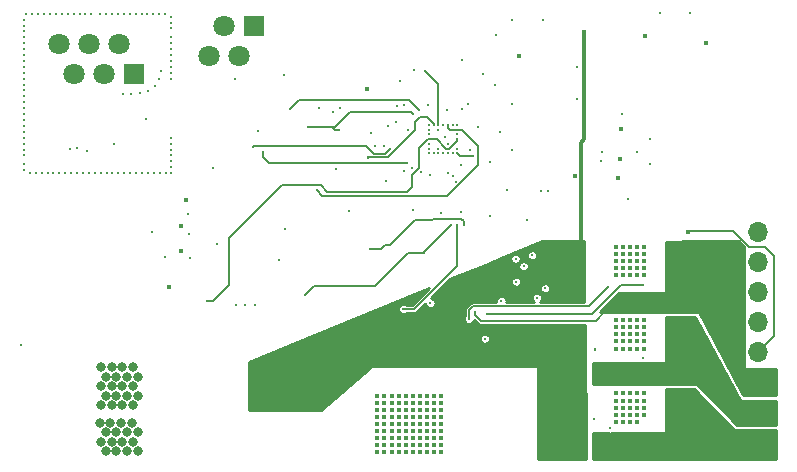
<source format=gbr>
G04 #@! TF.GenerationSoftware,KiCad,Pcbnew,5.1.5-52549c5~84~ubuntu18.04.1*
G04 #@! TF.CreationDate,2020-04-17T16:24:41+02:00*
G04 #@! TF.ProjectId,board,626f6172-642e-46b6-9963-61645f706362,rev?*
G04 #@! TF.SameCoordinates,Original*
G04 #@! TF.FileFunction,Copper,L2,Inr*
G04 #@! TF.FilePolarity,Positive*
%FSLAX46Y46*%
G04 Gerber Fmt 4.6, Leading zero omitted, Abs format (unit mm)*
G04 Created by KiCad (PCBNEW 5.1.5-52549c5~84~ubuntu18.04.1) date 2020-04-17 16:24:41*
%MOMM*%
%LPD*%
G04 APERTURE LIST*
%ADD10O,1.700000X1.700000*%
%ADD11R,1.700000X1.700000*%
%ADD12R,1.800000X1.800000*%
%ADD13C,1.800000*%
%ADD14C,0.400000*%
%ADD15C,0.310000*%
%ADD16C,0.800000*%
%ADD17C,0.300000*%
%ADD18C,0.152400*%
%ADD19C,0.254000*%
G04 APERTURE END LIST*
D10*
X156000000Y-119329200D03*
X156000000Y-121869200D03*
X156000000Y-124409200D03*
X156000000Y-126949200D03*
X156000000Y-129489200D03*
X156000000Y-132029200D03*
X156000000Y-134569200D03*
D11*
X156000000Y-137109200D03*
D12*
X113325000Y-101930000D03*
D13*
X112055000Y-104470000D03*
X110785000Y-101930000D03*
X109515000Y-104470000D03*
X96870000Y-103380000D03*
X98140000Y-105920000D03*
D12*
X103220000Y-105920000D03*
D13*
X101950000Y-103380000D03*
X100680000Y-105920000D03*
X99410000Y-103380000D03*
D14*
X129100000Y-127200000D03*
X128500000Y-127800000D03*
X124910000Y-127210000D03*
X126700000Y-127800000D03*
X129100000Y-129000000D03*
X129100000Y-127800000D03*
X128500000Y-127200000D03*
X124900000Y-129000000D03*
X126700000Y-128400000D03*
X126100000Y-127200000D03*
X126100000Y-129000000D03*
X124300000Y-127800000D03*
X126100000Y-128400000D03*
X126700000Y-127200000D03*
X123700000Y-127800000D03*
X126100000Y-127800000D03*
X127900000Y-127200000D03*
X124900000Y-127800000D03*
X127310000Y-127210000D03*
X124300000Y-128400000D03*
X127900000Y-129000000D03*
X127300000Y-127800000D03*
X123700000Y-128400000D03*
X125500000Y-129000000D03*
X125500000Y-127200000D03*
X123700000Y-127200000D03*
X124300000Y-129000000D03*
X127900000Y-127800000D03*
X127300000Y-129000000D03*
X125500000Y-128400000D03*
X128500000Y-128400000D03*
X128500000Y-129000000D03*
X123700000Y-129000000D03*
X124900000Y-128400000D03*
X129100000Y-128400000D03*
X127300000Y-128400000D03*
X127900000Y-128400000D03*
X125500000Y-127800000D03*
X126700000Y-129000000D03*
X124300000Y-127200000D03*
X141300000Y-102400000D03*
X141000000Y-120600000D03*
D15*
X117700000Y-124650000D03*
X123600000Y-123900000D03*
X127748000Y-121100000D03*
X130050000Y-118700000D03*
X128960000Y-112270000D03*
X128160000Y-112270000D03*
X133750000Y-106885000D03*
X111740000Y-106360000D03*
X115880000Y-106040000D03*
X125700000Y-106510000D03*
X136500000Y-118300000D03*
X133300000Y-118000000D03*
X104200000Y-109800000D03*
X134760000Y-115790000D03*
X130160000Y-110270000D03*
X126057511Y-114137511D03*
X130450000Y-115060000D03*
X128090000Y-108620000D03*
X129200000Y-117696400D03*
X129655000Y-108965000D03*
X128160000Y-110270000D03*
X147700000Y-100800000D03*
X129360000Y-112670000D03*
D14*
X150120000Y-119300000D03*
D15*
X126000000Y-125850000D03*
X130577003Y-118700000D03*
X143300000Y-124000000D03*
X131550000Y-126710000D03*
X146300000Y-123800000D03*
X133060000Y-126250000D03*
X137300000Y-124900000D03*
X146300000Y-130000000D03*
X142200000Y-129300000D03*
X138000000Y-124100000D03*
X136180000Y-122220000D03*
X142130025Y-135169975D03*
X136900000Y-121300000D03*
X143494805Y-135966469D03*
D14*
X126800000Y-136800000D03*
X128000000Y-136800000D03*
X124400000Y-137400000D03*
X128000000Y-136200000D03*
X126200000Y-136200000D03*
X125000000Y-136200000D03*
X124400000Y-136800000D03*
X128000000Y-137400000D03*
X128600000Y-137400000D03*
X126200000Y-136800000D03*
X125010000Y-135610000D03*
X128600000Y-136800000D03*
X124400000Y-136200000D03*
X127400000Y-136800000D03*
X125600000Y-135600000D03*
X126800000Y-137400000D03*
X125000000Y-136800000D03*
X129200000Y-135600000D03*
X126800000Y-135600000D03*
X126200000Y-137400000D03*
X123800000Y-137400000D03*
X128000000Y-135600000D03*
X128600000Y-135600000D03*
X123800000Y-135600000D03*
X128600000Y-136200000D03*
X126200000Y-135600000D03*
X127410000Y-135610000D03*
X127400000Y-136200000D03*
X129200000Y-136800000D03*
X123800000Y-136800000D03*
X125600000Y-137400000D03*
X125600000Y-136200000D03*
X123800000Y-136200000D03*
X125000000Y-137400000D03*
X127400000Y-137400000D03*
X125600000Y-136800000D03*
X124400000Y-135600000D03*
X126800000Y-136200000D03*
X129200000Y-137400000D03*
X129200000Y-136200000D03*
X128600000Y-138000000D03*
X124400000Y-138000000D03*
X126800000Y-138000000D03*
X125600000Y-138000000D03*
X123800000Y-138000000D03*
X126200000Y-138000000D03*
X128000000Y-138000000D03*
X125000000Y-138000000D03*
X129200000Y-138000000D03*
X127400000Y-138000000D03*
X126800000Y-134400000D03*
X128000000Y-134400000D03*
X124400000Y-135000000D03*
X128000000Y-133800000D03*
X126200000Y-133800000D03*
X125000000Y-133800000D03*
X124400000Y-134400000D03*
X128000000Y-135000000D03*
X128600000Y-135000000D03*
X126200000Y-134400000D03*
X125010000Y-133210000D03*
X128600000Y-134400000D03*
X124400000Y-133800000D03*
X127400000Y-134400000D03*
X125600000Y-133200000D03*
X126800000Y-135000000D03*
X125000000Y-134400000D03*
X129200000Y-133200000D03*
X126800000Y-133200000D03*
X126200000Y-135000000D03*
X123800000Y-135000000D03*
X128000000Y-133200000D03*
X128600000Y-133200000D03*
X123800000Y-133200000D03*
X128600000Y-133800000D03*
X126200000Y-133200000D03*
X127410000Y-133210000D03*
X127400000Y-133800000D03*
X129200000Y-134400000D03*
X123800000Y-134400000D03*
X125600000Y-135000000D03*
X125600000Y-133800000D03*
X123800000Y-133800000D03*
X125000000Y-135000000D03*
X127400000Y-135000000D03*
X125600000Y-134400000D03*
X124400000Y-133200000D03*
X126800000Y-133800000D03*
X129200000Y-135000000D03*
X129200000Y-133800000D03*
X146400000Y-127400000D03*
X144600000Y-127400000D03*
X144600000Y-128600000D03*
X144600000Y-128000000D03*
X146400000Y-129200000D03*
X145800000Y-129200000D03*
X145200000Y-126800000D03*
X145800000Y-126800000D03*
X145800000Y-128000000D03*
X145200000Y-129200000D03*
X145200000Y-127400000D03*
X144600000Y-126800000D03*
X145800000Y-127400000D03*
X145800000Y-128600000D03*
X145200000Y-128600000D03*
X145200000Y-128000000D03*
X146400000Y-126800000D03*
X146400000Y-128000000D03*
X144600000Y-129200000D03*
X146400000Y-128600000D03*
X146400000Y-133600000D03*
X144600000Y-133600000D03*
X144600000Y-134800000D03*
X144600000Y-134200000D03*
X145800000Y-135400000D03*
X145200000Y-133000000D03*
X145800000Y-133000000D03*
X145800000Y-134200000D03*
X145200000Y-135400000D03*
X145200000Y-133600000D03*
X144600000Y-133000000D03*
X145800000Y-133600000D03*
X145800000Y-134800000D03*
X145200000Y-134800000D03*
X145200000Y-134200000D03*
X146400000Y-133000000D03*
X146400000Y-134200000D03*
X144600000Y-135400000D03*
X146400000Y-134800000D03*
X144000000Y-128000000D03*
X144000000Y-129200000D03*
X144000000Y-126800000D03*
X144000000Y-128600000D03*
X144000000Y-127400000D03*
X144000000Y-121200000D03*
X144000000Y-122400000D03*
X144000000Y-121800000D03*
X144000000Y-120600000D03*
X144000000Y-123000000D03*
X144000000Y-134800000D03*
X144000000Y-133600000D03*
X144000000Y-135400000D03*
X144000000Y-133000000D03*
X144000000Y-134200000D03*
X146400000Y-121200000D03*
X146400000Y-121800000D03*
X146400000Y-122400000D03*
X146400000Y-123000000D03*
X145800000Y-123000000D03*
X145800000Y-122400000D03*
X145800000Y-121800000D03*
X145800000Y-121200000D03*
X145800000Y-120600000D03*
X145200000Y-120600000D03*
X145200000Y-121200000D03*
X145200000Y-121800000D03*
X145200000Y-122400000D03*
X145200000Y-123000000D03*
X144600000Y-123000000D03*
X144600000Y-120600000D03*
X144600000Y-121800000D03*
X144600000Y-121200000D03*
X144600000Y-122400000D03*
D16*
X100300000Y-135500000D03*
X101200000Y-135500000D03*
X102100000Y-135500000D03*
X103000000Y-135500000D03*
X100800000Y-136300000D03*
X101700000Y-136300000D03*
X102600000Y-136300000D03*
X103500000Y-136300000D03*
X100400000Y-137100000D03*
X101300000Y-137100000D03*
X102200000Y-137100000D03*
X103100000Y-137100000D03*
X100800000Y-137900000D03*
X101700000Y-137900000D03*
X102600000Y-137900000D03*
X103500000Y-137900000D03*
D14*
X146400000Y-120600000D03*
D15*
X133860000Y-102690000D03*
X135200000Y-108500000D03*
X134200000Y-110900000D03*
X135200000Y-112400000D03*
X140700000Y-105400000D03*
X134300000Y-125167399D03*
X132900000Y-128360000D03*
X128290000Y-125350000D03*
X145000000Y-116500000D03*
X126800000Y-117500000D03*
X137812500Y-101400000D03*
X135200000Y-101400000D03*
X107800000Y-117850000D03*
X113700000Y-110800000D03*
X124510000Y-115040000D03*
X121370000Y-117590000D03*
X140680000Y-108090000D03*
X132720000Y-105960000D03*
X129550000Y-111270000D03*
X124740000Y-110340000D03*
X93610000Y-128920000D03*
X120320000Y-113980000D03*
X116000000Y-119050000D03*
X126050000Y-108610000D03*
X126360000Y-110690000D03*
X131610000Y-112370000D03*
X130560000Y-112270000D03*
X133330000Y-113390000D03*
D14*
X107200000Y-118800000D03*
X107200000Y-120975000D03*
X144200000Y-114800000D03*
X140500000Y-114600000D03*
X135800000Y-104400000D03*
X151600000Y-103300000D03*
X122960000Y-107250000D03*
X106180000Y-124020000D03*
X146500000Y-102700000D03*
X144316448Y-113113552D03*
X144400000Y-110600000D03*
X107590000Y-116630000D03*
X149100000Y-124700000D03*
X149700000Y-125900000D03*
X149700000Y-124700000D03*
X149100000Y-125900000D03*
X149100000Y-125300000D03*
X149700000Y-125300000D03*
X150300000Y-125300000D03*
X150300000Y-125900000D03*
X150300000Y-124700000D03*
X151000000Y-124700000D03*
X151600000Y-125900000D03*
X151600000Y-124700000D03*
X151000000Y-125900000D03*
X151000000Y-125300000D03*
X151600000Y-125300000D03*
X152200000Y-125300000D03*
X152200000Y-125900000D03*
X152200000Y-124700000D03*
X151600000Y-122900000D03*
X152200000Y-124100000D03*
X152200000Y-122900000D03*
X151600000Y-124100000D03*
X151600000Y-123500000D03*
X152200000Y-123500000D03*
X152800000Y-123500000D03*
X152800000Y-124100000D03*
X152800000Y-122900000D03*
X152200000Y-126500000D03*
X152800000Y-127700000D03*
X152800000Y-126500000D03*
X152200000Y-127700000D03*
X152200000Y-127100000D03*
X152800000Y-127100000D03*
X153400000Y-127100000D03*
X153400000Y-127700000D03*
X153400000Y-126500000D03*
X152800000Y-124700000D03*
X153400000Y-125900000D03*
X153400000Y-124700000D03*
X152800000Y-125900000D03*
X152800000Y-125300000D03*
X153400000Y-125300000D03*
X154000000Y-125300000D03*
X154000000Y-125900000D03*
X154000000Y-124700000D03*
X151600000Y-121100000D03*
X152200000Y-121700000D03*
X152200000Y-122300000D03*
X152200000Y-121100000D03*
X151600000Y-122300000D03*
X152800000Y-122300000D03*
X152800000Y-121100000D03*
X151600000Y-121700000D03*
X152800000Y-121700000D03*
X153400000Y-122900000D03*
X154000000Y-124100000D03*
X153400000Y-124100000D03*
X153400000Y-123500000D03*
X153400000Y-121100000D03*
X153400000Y-122300000D03*
X153400000Y-121700000D03*
X154000000Y-126500000D03*
X154000000Y-127700000D03*
X154000000Y-127100000D03*
X151600000Y-126500000D03*
X152800000Y-128300000D03*
X153400000Y-128300000D03*
X154000000Y-128300000D03*
X152800000Y-128900000D03*
X153400000Y-128900000D03*
X154000000Y-128900000D03*
X154000000Y-129500000D03*
X153400000Y-129500000D03*
X154000000Y-130100000D03*
X153400000Y-130100000D03*
X154000000Y-130700000D03*
X154000000Y-131300000D03*
X144310000Y-124710000D03*
X144900000Y-125900000D03*
X144900000Y-125300000D03*
X145500000Y-124700000D03*
X144300000Y-125900000D03*
X144300000Y-125300000D03*
X145500000Y-125900000D03*
X146100000Y-124700000D03*
X144900000Y-124700000D03*
X146100000Y-125900000D03*
X145500000Y-125300000D03*
X146100000Y-125300000D03*
X146710000Y-124710000D03*
X147300000Y-125900000D03*
X147300000Y-125300000D03*
X147900000Y-124700000D03*
X146700000Y-125900000D03*
X146700000Y-125300000D03*
X147900000Y-125900000D03*
X148500000Y-124700000D03*
X147300000Y-124700000D03*
X148500000Y-125900000D03*
X147900000Y-125300000D03*
X148500000Y-125300000D03*
D15*
X132070000Y-126100000D03*
X143110000Y-126060000D03*
D14*
X149600000Y-132000000D03*
X150200000Y-130800000D03*
X149600000Y-130800000D03*
X150200000Y-132000000D03*
X149600000Y-131400000D03*
X150200000Y-131400000D03*
X152600000Y-132000000D03*
X152600000Y-131400000D03*
X152000000Y-132000000D03*
X152000000Y-131400000D03*
X152600000Y-130800000D03*
X152000000Y-130800000D03*
X150800000Y-132000000D03*
X151400000Y-130800000D03*
X150800000Y-130800000D03*
X151400000Y-132000000D03*
X150800000Y-131400000D03*
X151400000Y-131400000D03*
X152000000Y-130200000D03*
X152000000Y-129600000D03*
X151400000Y-129000000D03*
X151400000Y-129600000D03*
X151400000Y-130200000D03*
X152600000Y-133200000D03*
X153200000Y-133200000D03*
X152600000Y-132600000D03*
X153200000Y-132600000D03*
X153200000Y-132000000D03*
X152000000Y-132600000D03*
X153800000Y-134400000D03*
X153200000Y-134400000D03*
X153800000Y-133800000D03*
X153200000Y-133800000D03*
X153800000Y-133200000D03*
X143600000Y-132000000D03*
X143600000Y-131400000D03*
X148400000Y-130800000D03*
X148400000Y-132000000D03*
X149000000Y-130800000D03*
X143600000Y-130800000D03*
X149000000Y-132000000D03*
X148400000Y-131400000D03*
X149000000Y-131400000D03*
X143100000Y-131400000D03*
X143100000Y-132000000D03*
D15*
X135548036Y-123532076D03*
D14*
X143110000Y-130810000D03*
X149100000Y-137900000D03*
X150300000Y-137900000D03*
X149100000Y-138500000D03*
X148500000Y-137300000D03*
X149700000Y-138500000D03*
X149700000Y-137300000D03*
X150900000Y-137300000D03*
X151500000Y-138500000D03*
X149100000Y-136700000D03*
X149710000Y-136710000D03*
X151500000Y-137300000D03*
X148500000Y-138500000D03*
X149700000Y-137900000D03*
X148500000Y-137900000D03*
X150300000Y-138500000D03*
X151500000Y-137900000D03*
X150900000Y-136700000D03*
X150900000Y-137900000D03*
X151500000Y-136700000D03*
X150900000Y-138500000D03*
X149100000Y-137300000D03*
X150300000Y-136700000D03*
X148500000Y-136700000D03*
X150300000Y-137300000D03*
X152110000Y-136710000D03*
X153900000Y-137300000D03*
X152100000Y-138500000D03*
X153900000Y-137900000D03*
X153300000Y-136700000D03*
X153300000Y-138500000D03*
X153300000Y-137900000D03*
X153900000Y-136700000D03*
X153300000Y-137300000D03*
X152100000Y-137300000D03*
X152700000Y-138500000D03*
X152700000Y-136700000D03*
X152700000Y-137900000D03*
X152100000Y-137900000D03*
X152700000Y-137300000D03*
X153900000Y-138500000D03*
X153300000Y-136100000D03*
X151500000Y-136100000D03*
X151500000Y-135500000D03*
X152700000Y-135500000D03*
X152110000Y-135510000D03*
X152100000Y-136100000D03*
X152700000Y-136100000D03*
X151500000Y-134900000D03*
X152110000Y-134910000D03*
X151500000Y-134300000D03*
X143610000Y-136710000D03*
X144200000Y-137900000D03*
X144200000Y-137300000D03*
X144800000Y-136700000D03*
X143600000Y-137900000D03*
X143600000Y-137300000D03*
X144800000Y-137900000D03*
X145400000Y-136700000D03*
X144200000Y-136700000D03*
X145400000Y-137900000D03*
X144800000Y-137300000D03*
X145400000Y-137300000D03*
X143600000Y-138500000D03*
X145400000Y-138500000D03*
X144800000Y-138500000D03*
X144200000Y-138500000D03*
X146000000Y-137900000D03*
X147800000Y-137900000D03*
X147800000Y-138500000D03*
X147200000Y-137300000D03*
X147800000Y-136700000D03*
X146600000Y-136700000D03*
X146010000Y-136710000D03*
X147200000Y-138500000D03*
X146000000Y-137300000D03*
X147200000Y-137900000D03*
X146000000Y-138500000D03*
X146600000Y-138500000D03*
X146600000Y-137300000D03*
X147800000Y-137300000D03*
X147200000Y-136700000D03*
X146600000Y-137900000D03*
D15*
X135500000Y-121608700D03*
X104940000Y-106980000D03*
X105300000Y-106350000D03*
X105500000Y-105660000D03*
X104390000Y-107420000D03*
X103690000Y-107560000D03*
X102950000Y-107640000D03*
X102270000Y-107670000D03*
X106350000Y-106350000D03*
X106350000Y-105850000D03*
X106350000Y-105350000D03*
X106350000Y-104850000D03*
X106350000Y-104350000D03*
X106350000Y-103850000D03*
X106350000Y-103350000D03*
X106350000Y-102850000D03*
X106350000Y-102100000D03*
X106350000Y-101600000D03*
X106350000Y-101100000D03*
X105830000Y-100870000D03*
X105330000Y-100870000D03*
X104830000Y-100870000D03*
X104330000Y-100870000D03*
X103830000Y-100870000D03*
X103330000Y-100870000D03*
X102830000Y-100870000D03*
X102330000Y-100870000D03*
X101830000Y-100870000D03*
X101330000Y-100870000D03*
X100830000Y-100870000D03*
X100330000Y-100870000D03*
X99580000Y-100870000D03*
X99080000Y-100870000D03*
X98580000Y-100870000D03*
X98080000Y-100870000D03*
X97580000Y-100870000D03*
X97080000Y-100870000D03*
X96580000Y-100870000D03*
X96080000Y-100870000D03*
X95580000Y-100870000D03*
X95080000Y-100870000D03*
X94580000Y-100870000D03*
X94080000Y-100870000D03*
X93850000Y-101350000D03*
X93850000Y-101850000D03*
X93850000Y-102350000D03*
X93850000Y-102850000D03*
X93850000Y-103350000D03*
X93850000Y-103850000D03*
X93850000Y-104350000D03*
X93850000Y-104850000D03*
X93850000Y-105350000D03*
X93850000Y-105850000D03*
X93850000Y-106350000D03*
X93850000Y-106850000D03*
X93850000Y-107350000D03*
X93850000Y-107850000D03*
X93850000Y-108350000D03*
X93850000Y-108850000D03*
X93850000Y-109350000D03*
X93850000Y-109850000D03*
X93850000Y-110350000D03*
X93850000Y-110850000D03*
X93850000Y-111350000D03*
X93850000Y-111850000D03*
X93850000Y-112350000D03*
X93850000Y-112850000D03*
X93850000Y-113600000D03*
X93850000Y-114100000D03*
X94370000Y-114330000D03*
X94870000Y-114330000D03*
X95370000Y-114330000D03*
X95870000Y-114330000D03*
X96370000Y-114330000D03*
X96870000Y-114330000D03*
X97370000Y-114330000D03*
X97870000Y-114330000D03*
X98370000Y-114330000D03*
X98870000Y-114330000D03*
X99370000Y-114330000D03*
X99870000Y-114330000D03*
X100370000Y-114330000D03*
X100870000Y-114330000D03*
X101370000Y-114330000D03*
X101870000Y-114330000D03*
X102370000Y-114330000D03*
X102870000Y-114330000D03*
X103370000Y-114330000D03*
X103870000Y-114330000D03*
X104370000Y-114330000D03*
X104870000Y-114330000D03*
X105370000Y-114330000D03*
X105870000Y-114330000D03*
X106350000Y-114330000D03*
X106350000Y-113850000D03*
X106350000Y-113350000D03*
X106350000Y-112850000D03*
X106300000Y-112400000D03*
X106300000Y-111900000D03*
X106300000Y-111400000D03*
X145785000Y-112600000D03*
X142817600Y-112590000D03*
X142762409Y-113295191D03*
X146915000Y-113600000D03*
X105820000Y-121420000D03*
X107910000Y-121529400D03*
X146915000Y-111500000D03*
X144500000Y-109300000D03*
X109370000Y-125170000D03*
X130560000Y-111470000D03*
X115450000Y-121670000D03*
X138270000Y-115830000D03*
X110245000Y-120325000D03*
X137660000Y-115820000D03*
X123200000Y-120750000D03*
X131103901Y-118710475D03*
X101500000Y-111900000D03*
X109900000Y-113900000D03*
X114110000Y-112540000D03*
X126300000Y-113500000D03*
X113250000Y-112100000D03*
X124840000Y-112340000D03*
D16*
X100800000Y-133200000D03*
X101700000Y-133200000D03*
X102600000Y-133200000D03*
X103500000Y-133200000D03*
X100400000Y-130800000D03*
X101300000Y-130800000D03*
X102200000Y-130800000D03*
X103100000Y-130800000D03*
X100800000Y-131600000D03*
X101700000Y-131600000D03*
X102600000Y-131600000D03*
X103500000Y-131600000D03*
X100400000Y-132400000D03*
X101300000Y-132400000D03*
X102200000Y-132400000D03*
X103100000Y-132400000D03*
X100400000Y-134000000D03*
X101300000Y-134000000D03*
X102200000Y-134000000D03*
X103100000Y-134000000D03*
D15*
X131450000Y-108470000D03*
X98330000Y-112240000D03*
X104690000Y-119340000D03*
X107830000Y-119540000D03*
X128160000Y-112670000D03*
X126743959Y-113953959D03*
X128560000Y-112670000D03*
X127458552Y-114268552D03*
X128960000Y-112670000D03*
X128260000Y-114540000D03*
X130560000Y-111070000D03*
X129760000Y-111870000D03*
X126900000Y-105600000D03*
X131000000Y-104800000D03*
X125400000Y-110000000D03*
X132300000Y-110400000D03*
X118880000Y-108800000D03*
X130170000Y-114630000D03*
X120070000Y-109170000D03*
X129760000Y-112670000D03*
X120670000Y-108810000D03*
X129760000Y-114310000D03*
X118650000Y-115810000D03*
X129760000Y-110270000D03*
X127300000Y-109000000D03*
X116400000Y-108930000D03*
X128960000Y-110270000D03*
X127810000Y-105680000D03*
X97770000Y-112270000D03*
X130560000Y-110270000D03*
X130940000Y-108880000D03*
X99220000Y-112444400D03*
X113400000Y-125500000D03*
X124330000Y-112080000D03*
X112600000Y-125500000D03*
X123560000Y-112060000D03*
X111800000Y-125500000D03*
X128160000Y-111870000D03*
X120530000Y-110710000D03*
X117950000Y-110400000D03*
X128160000Y-110670000D03*
X126810000Y-109340000D03*
X128960000Y-110670000D03*
X129360000Y-110270000D03*
X123230000Y-110940000D03*
X123000000Y-113001600D03*
X128560000Y-110270000D03*
X128160000Y-111070000D03*
X125470000Y-108644400D03*
X130560000Y-112670000D03*
X131900000Y-112925599D03*
X150300000Y-100800000D03*
X130160000Y-112670000D03*
X130910000Y-113650000D03*
X130900000Y-117600000D03*
D17*
X141000000Y-111780000D02*
X141300000Y-111480000D01*
X141000000Y-120600000D02*
X141000000Y-111780000D01*
X141300000Y-102400000D02*
X141300000Y-111480000D01*
D18*
X118450000Y-123900000D02*
X118050000Y-124300000D01*
X123600000Y-123900000D02*
X118450000Y-123900000D01*
X118050000Y-124300000D02*
X117700000Y-124650000D01*
X124192000Y-123308000D02*
X123600000Y-123900000D01*
X126400000Y-121100000D02*
X124192000Y-123308000D01*
X127748000Y-121100000D02*
X126400000Y-121100000D01*
X127762842Y-121100000D02*
X127748000Y-121100000D01*
X127748000Y-121002000D02*
X127748000Y-121100000D01*
X130050000Y-118700000D02*
X127748000Y-121002000D01*
X157350000Y-121390000D02*
X157350000Y-128139200D01*
X157350000Y-128139200D02*
X156000000Y-129489200D01*
X156580000Y-120620000D02*
X157350000Y-121390000D01*
X155300000Y-120620000D02*
X156580000Y-120620000D01*
X150110013Y-119267519D02*
X153947519Y-119267519D01*
X153947519Y-119267519D02*
X155300000Y-120620000D01*
X126902400Y-125850000D02*
X126000000Y-125850000D01*
X130577003Y-118700000D02*
X130577003Y-122175397D01*
X130577003Y-122175397D02*
X126902400Y-125850000D01*
X141691301Y-125608699D02*
X143300000Y-124000000D01*
X131908175Y-125608699D02*
X141691301Y-125608699D01*
X131550000Y-126710000D02*
X131550000Y-125966874D01*
X131550000Y-125966874D02*
X131908175Y-125608699D01*
X133060000Y-126250000D02*
X142000000Y-126250000D01*
X144450000Y-123800000D02*
X146300000Y-123800000D01*
X142000000Y-126250000D02*
X144450000Y-123800000D01*
X142200000Y-129190000D02*
X142200000Y-129300000D01*
X132070000Y-126100000D02*
X132070000Y-126382842D01*
X132070000Y-126382842D02*
X132540359Y-126853201D01*
X142316799Y-126853201D02*
X143110000Y-126060000D01*
X141976799Y-126853201D02*
X142316799Y-126853201D01*
X132540359Y-126853201D02*
X141976799Y-126853201D01*
X109890000Y-125170000D02*
X109370000Y-125170000D01*
X111230000Y-123840000D02*
X109890000Y-125170000D01*
X111230000Y-119840000D02*
X111230000Y-123840000D01*
X113620000Y-117450000D02*
X111230000Y-119840000D01*
X113630000Y-117440000D02*
X113620000Y-117450000D01*
X130560000Y-111611421D02*
X130560000Y-111470000D01*
X129901421Y-112270000D02*
X130560000Y-111611421D01*
X129650000Y-112270000D02*
X129901421Y-112270000D01*
X128090000Y-111470000D02*
X128850000Y-111470000D01*
X128850000Y-111470000D02*
X129650000Y-112270000D01*
X128011201Y-111548799D02*
X128090000Y-111470000D01*
X128005823Y-111548799D02*
X128011201Y-111548799D01*
X115720000Y-115350000D02*
X119000000Y-115350000D01*
X119560000Y-115910000D02*
X126300000Y-115910000D01*
X113620000Y-117450000D02*
X115720000Y-115350000D01*
X119000000Y-115350000D02*
X119560000Y-115910000D01*
X127310000Y-113926926D02*
X127310000Y-112250000D01*
X126710000Y-114526926D02*
X127310000Y-113926926D01*
X126710000Y-115500000D02*
X126710000Y-114526926D01*
X126300000Y-115910000D02*
X126710000Y-115500000D01*
X127310000Y-112250000D02*
X128005823Y-111548799D01*
X124430000Y-120422400D02*
X124102400Y-120750000D01*
X124857600Y-120422400D02*
X124430000Y-120422400D01*
X131103901Y-118710475D02*
X131103901Y-118427633D01*
X131103901Y-118427633D02*
X130866268Y-118190000D01*
X130866268Y-118190000D02*
X128530000Y-118190000D01*
X128530000Y-118190000D02*
X128385601Y-118334399D01*
X128385601Y-118334399D02*
X126945601Y-118334399D01*
X124102400Y-120750000D02*
X123200000Y-120750000D01*
X126945601Y-118334399D02*
X124857600Y-120422400D01*
X114110000Y-113010000D02*
X114110000Y-112540000D01*
X126300000Y-113500000D02*
X114600000Y-113500000D01*
X114600000Y-113500000D02*
X114110000Y-113010000D01*
X124480000Y-112700000D02*
X124840000Y-112340000D01*
X123490000Y-112700000D02*
X124480000Y-112700000D01*
X122866815Y-112076815D02*
X123490000Y-112700000D01*
X113226815Y-112076815D02*
X113250000Y-112100000D01*
X113226815Y-112076815D02*
X122866815Y-112076815D01*
X129760000Y-110520000D02*
X129760000Y-110270000D01*
X129920000Y-110680000D02*
X129760000Y-110520000D01*
X119120000Y-116280000D02*
X129705378Y-116280000D01*
X118650000Y-115810000D02*
X119120000Y-116280000D01*
X129705378Y-116280000D02*
X132300000Y-113685378D01*
X132300000Y-113685378D02*
X132300000Y-112020000D01*
X132300000Y-112020000D02*
X130960000Y-110680000D01*
X130960000Y-110680000D02*
X129920000Y-110680000D01*
X116831601Y-108498399D02*
X116400000Y-108930000D01*
X126798399Y-108498399D02*
X126880000Y-108580000D01*
X126880000Y-108580000D02*
X127300000Y-109000000D01*
X126440000Y-108140000D02*
X126700000Y-108400000D01*
X126700000Y-108400000D02*
X126880000Y-108580000D01*
X117190000Y-108140000D02*
X126440000Y-108140000D01*
X116400000Y-108930000D02*
X117190000Y-108140000D01*
X128878831Y-106748831D02*
X127810000Y-105680000D01*
X128960000Y-110270000D02*
X128960000Y-106830000D01*
X128960000Y-106830000D02*
X128878831Y-106748831D01*
X118232842Y-110400000D02*
X117950000Y-110400000D01*
X119937158Y-110400000D02*
X119714330Y-110400000D01*
X120247158Y-110710000D02*
X119937158Y-110400000D01*
X120530000Y-110710000D02*
X120247158Y-110710000D01*
X119714330Y-110400000D02*
X118232842Y-110400000D01*
X121454063Y-109179299D02*
X126435954Y-109179299D01*
X120233362Y-110400000D02*
X121454063Y-109179299D01*
X119714330Y-110400000D02*
X120233362Y-110400000D01*
X126435954Y-109179299D02*
X126649299Y-109179299D01*
X126649299Y-109179299D02*
X126810000Y-109340000D01*
X123038400Y-113040000D02*
X123000000Y-113001600D01*
X123282842Y-113001600D02*
X123000000Y-113001600D01*
X123286052Y-113004810D02*
X123282842Y-113001600D01*
X124684978Y-113000000D02*
X124640000Y-113000000D01*
X124640000Y-113000000D02*
X123286052Y-113004810D01*
X128560000Y-110270000D02*
X128560000Y-110165022D01*
X128560000Y-110165022D02*
X128014978Y-109620000D01*
X127390000Y-109620000D02*
X127010000Y-110000000D01*
X128014978Y-109620000D02*
X127390000Y-109620000D01*
X127010000Y-110000000D02*
X127010000Y-110674978D01*
X127010000Y-110674978D02*
X124684978Y-113000000D01*
X131900000Y-112925599D02*
X130977936Y-112925599D01*
X130815599Y-112925599D02*
X131900000Y-112925599D01*
X130560000Y-112670000D02*
X130815599Y-112925599D01*
D19*
G36*
X141329175Y-125253099D02*
G01*
X137553450Y-125253099D01*
X137576914Y-125237421D01*
X137637421Y-125176914D01*
X137684960Y-125105766D01*
X137717706Y-125026710D01*
X137734400Y-124942785D01*
X137734400Y-124857215D01*
X137717706Y-124773290D01*
X137684960Y-124694234D01*
X137637421Y-124623086D01*
X137576914Y-124562579D01*
X137505766Y-124515040D01*
X137426710Y-124482294D01*
X137342785Y-124465600D01*
X137257215Y-124465600D01*
X137173290Y-124482294D01*
X137094234Y-124515040D01*
X137023086Y-124562579D01*
X136962579Y-124623086D01*
X136915040Y-124694234D01*
X136882294Y-124773290D01*
X136865600Y-124857215D01*
X136865600Y-124942785D01*
X136882294Y-125026710D01*
X136915040Y-125105766D01*
X136962579Y-125176914D01*
X137023086Y-125237421D01*
X137046550Y-125253099D01*
X134723416Y-125253099D01*
X134732000Y-125209947D01*
X134732000Y-125124851D01*
X134715398Y-125041389D01*
X134682833Y-124962770D01*
X134635556Y-124892015D01*
X134575384Y-124831843D01*
X134504629Y-124784566D01*
X134426010Y-124752001D01*
X134342548Y-124735399D01*
X134257452Y-124735399D01*
X134173990Y-124752001D01*
X134095371Y-124784566D01*
X134024616Y-124831843D01*
X133964444Y-124892015D01*
X133917167Y-124962770D01*
X133884602Y-125041389D01*
X133868000Y-125124851D01*
X133868000Y-125209947D01*
X133876584Y-125253099D01*
X131925630Y-125253099D01*
X131908175Y-125251380D01*
X131890719Y-125253099D01*
X131890712Y-125253099D01*
X131844741Y-125257627D01*
X131838464Y-125258245D01*
X131818131Y-125264413D01*
X131771435Y-125278578D01*
X131709659Y-125311598D01*
X131655512Y-125356036D01*
X131644380Y-125369600D01*
X131310901Y-125703080D01*
X131297338Y-125714211D01*
X131252900Y-125768358D01*
X131245608Y-125782000D01*
X131219880Y-125830133D01*
X131199546Y-125897164D01*
X131192681Y-125966874D01*
X131194401Y-125984339D01*
X131194400Y-126460293D01*
X131165040Y-126504234D01*
X131132294Y-126583290D01*
X131115600Y-126667215D01*
X131115600Y-126752785D01*
X131132294Y-126836710D01*
X131165040Y-126915766D01*
X131212579Y-126986914D01*
X131273086Y-127047421D01*
X131344234Y-127094960D01*
X131423290Y-127127706D01*
X131507215Y-127144400D01*
X131592785Y-127144400D01*
X131676710Y-127127706D01*
X131755766Y-127094960D01*
X131826914Y-127047421D01*
X131887421Y-126986914D01*
X131934960Y-126915766D01*
X131967706Y-126836710D01*
X131977107Y-126789448D01*
X132278345Y-127090687D01*
X132289401Y-127104159D01*
X132302872Y-127115214D01*
X132343182Y-127148296D01*
X132375979Y-127165826D01*
X132404542Y-127181093D01*
X132471120Y-127201290D01*
X132523016Y-127206401D01*
X132523018Y-127206401D01*
X132540358Y-127208109D01*
X132557698Y-127206401D01*
X141350066Y-127206401D01*
X141471634Y-138573000D01*
X137427000Y-138573000D01*
X137427000Y-130800000D01*
X137424560Y-130775224D01*
X137417333Y-130751399D01*
X137405597Y-130729443D01*
X137389803Y-130710197D01*
X137370557Y-130694403D01*
X137348601Y-130682667D01*
X137324776Y-130675440D01*
X137300000Y-130673000D01*
X123400000Y-130673000D01*
X123375224Y-130675440D01*
X123351399Y-130682667D01*
X123329443Y-130694403D01*
X123317165Y-130703733D01*
X119052882Y-134373000D01*
X112927000Y-134373000D01*
X112927000Y-130345028D01*
X117847725Y-128317452D01*
X132468000Y-128317452D01*
X132468000Y-128402548D01*
X132484602Y-128486010D01*
X132517167Y-128564629D01*
X132564444Y-128635384D01*
X132624616Y-128695556D01*
X132695371Y-128742833D01*
X132773990Y-128775398D01*
X132857452Y-128792000D01*
X132942548Y-128792000D01*
X133026010Y-128775398D01*
X133104629Y-128742833D01*
X133175384Y-128695556D01*
X133235556Y-128635384D01*
X133282833Y-128564629D01*
X133315398Y-128486010D01*
X133332000Y-128402548D01*
X133332000Y-128317452D01*
X133315398Y-128233990D01*
X133282833Y-128155371D01*
X133235556Y-128084616D01*
X133175384Y-128024444D01*
X133104629Y-127977167D01*
X133026010Y-127944602D01*
X132942548Y-127928000D01*
X132857452Y-127928000D01*
X132773990Y-127944602D01*
X132695371Y-127977167D01*
X132624616Y-128024444D01*
X132564444Y-128084616D01*
X132517167Y-128155371D01*
X132484602Y-128233990D01*
X132468000Y-128317452D01*
X117847725Y-128317452D01*
X128201844Y-124051056D01*
X126756101Y-125496800D01*
X126248978Y-125496800D01*
X126204629Y-125467167D01*
X126126010Y-125434602D01*
X126042548Y-125418000D01*
X125957452Y-125418000D01*
X125873990Y-125434602D01*
X125795371Y-125467167D01*
X125724616Y-125514444D01*
X125664444Y-125574616D01*
X125617167Y-125645371D01*
X125584602Y-125723990D01*
X125568000Y-125807452D01*
X125568000Y-125892548D01*
X125584602Y-125976010D01*
X125617167Y-126054629D01*
X125664444Y-126125384D01*
X125724616Y-126185556D01*
X125795371Y-126232833D01*
X125873990Y-126265398D01*
X125957452Y-126282000D01*
X126042548Y-126282000D01*
X126126010Y-126265398D01*
X126204629Y-126232833D01*
X126248978Y-126203200D01*
X126885060Y-126203200D01*
X126902400Y-126204908D01*
X126919740Y-126203200D01*
X126919743Y-126203200D01*
X126971639Y-126198089D01*
X127038217Y-126177892D01*
X127099576Y-126145095D01*
X127153358Y-126100958D01*
X127164419Y-126087481D01*
X127858224Y-125393675D01*
X127874602Y-125476010D01*
X127907167Y-125554629D01*
X127954444Y-125625384D01*
X128014616Y-125685556D01*
X128085371Y-125732833D01*
X128163990Y-125765398D01*
X128247452Y-125782000D01*
X128332548Y-125782000D01*
X128416010Y-125765398D01*
X128494629Y-125732833D01*
X128565384Y-125685556D01*
X128625556Y-125625384D01*
X128672833Y-125554629D01*
X128705398Y-125476010D01*
X128722000Y-125392548D01*
X128722000Y-125307452D01*
X128705398Y-125223990D01*
X128672833Y-125145371D01*
X128625556Y-125074616D01*
X128565384Y-125014444D01*
X128494629Y-124967167D01*
X128416010Y-124934602D01*
X128333675Y-124918224D01*
X129194684Y-124057215D01*
X137565600Y-124057215D01*
X137565600Y-124142785D01*
X137582294Y-124226710D01*
X137615040Y-124305766D01*
X137662579Y-124376914D01*
X137723086Y-124437421D01*
X137794234Y-124484960D01*
X137873290Y-124517706D01*
X137957215Y-124534400D01*
X138042785Y-124534400D01*
X138126710Y-124517706D01*
X138205766Y-124484960D01*
X138276914Y-124437421D01*
X138337421Y-124376914D01*
X138384960Y-124305766D01*
X138417706Y-124226710D01*
X138434400Y-124142785D01*
X138434400Y-124057215D01*
X138417706Y-123973290D01*
X138384960Y-123894234D01*
X138337421Y-123823086D01*
X138276914Y-123762579D01*
X138205766Y-123715040D01*
X138126710Y-123682294D01*
X138042785Y-123665600D01*
X137957215Y-123665600D01*
X137873290Y-123682294D01*
X137794234Y-123715040D01*
X137723086Y-123762579D01*
X137662579Y-123823086D01*
X137615040Y-123894234D01*
X137582294Y-123973290D01*
X137565600Y-124057215D01*
X129194684Y-124057215D01*
X129762372Y-123489528D01*
X135116036Y-123489528D01*
X135116036Y-123574624D01*
X135132638Y-123658086D01*
X135165203Y-123736705D01*
X135212480Y-123807460D01*
X135272652Y-123867632D01*
X135343407Y-123914909D01*
X135422026Y-123947474D01*
X135505488Y-123964076D01*
X135590584Y-123964076D01*
X135674046Y-123947474D01*
X135752665Y-123914909D01*
X135823420Y-123867632D01*
X135883592Y-123807460D01*
X135930869Y-123736705D01*
X135963434Y-123658086D01*
X135980036Y-123574624D01*
X135980036Y-123489528D01*
X135963434Y-123406066D01*
X135930869Y-123327447D01*
X135883592Y-123256692D01*
X135823420Y-123196520D01*
X135752665Y-123149243D01*
X135674046Y-123116678D01*
X135590584Y-123100076D01*
X135505488Y-123100076D01*
X135422026Y-123116678D01*
X135343407Y-123149243D01*
X135272652Y-123196520D01*
X135212480Y-123256692D01*
X135165203Y-123327447D01*
X135132638Y-123406066D01*
X135116036Y-123489528D01*
X129762372Y-123489528D01*
X129900963Y-123350938D01*
X132749471Y-122177215D01*
X135745600Y-122177215D01*
X135745600Y-122262785D01*
X135762294Y-122346710D01*
X135795040Y-122425766D01*
X135842579Y-122496914D01*
X135903086Y-122557421D01*
X135974234Y-122604960D01*
X136053290Y-122637706D01*
X136137215Y-122654400D01*
X136222785Y-122654400D01*
X136306710Y-122637706D01*
X136385766Y-122604960D01*
X136456914Y-122557421D01*
X136517421Y-122496914D01*
X136564960Y-122425766D01*
X136597706Y-122346710D01*
X136614400Y-122262785D01*
X136614400Y-122177215D01*
X136597706Y-122093290D01*
X136564960Y-122014234D01*
X136517421Y-121943086D01*
X136456914Y-121882579D01*
X136385766Y-121835040D01*
X136306710Y-121802294D01*
X136222785Y-121785600D01*
X136137215Y-121785600D01*
X136053290Y-121802294D01*
X135974234Y-121835040D01*
X135903086Y-121882579D01*
X135842579Y-121943086D01*
X135795040Y-122014234D01*
X135762294Y-122093290D01*
X135745600Y-122177215D01*
X132749471Y-122177215D01*
X134232460Y-121566152D01*
X135068000Y-121566152D01*
X135068000Y-121651248D01*
X135084602Y-121734710D01*
X135117167Y-121813329D01*
X135164444Y-121884084D01*
X135224616Y-121944256D01*
X135295371Y-121991533D01*
X135373990Y-122024098D01*
X135457452Y-122040700D01*
X135542548Y-122040700D01*
X135626010Y-122024098D01*
X135704629Y-121991533D01*
X135775384Y-121944256D01*
X135835556Y-121884084D01*
X135882833Y-121813329D01*
X135915398Y-121734710D01*
X135932000Y-121651248D01*
X135932000Y-121566152D01*
X135915398Y-121482690D01*
X135882833Y-121404071D01*
X135835556Y-121333316D01*
X135775384Y-121273144D01*
X135751545Y-121257215D01*
X136465600Y-121257215D01*
X136465600Y-121342785D01*
X136482294Y-121426710D01*
X136515040Y-121505766D01*
X136562579Y-121576914D01*
X136623086Y-121637421D01*
X136694234Y-121684960D01*
X136773290Y-121717706D01*
X136857215Y-121734400D01*
X136942785Y-121734400D01*
X137026710Y-121717706D01*
X137105766Y-121684960D01*
X137176914Y-121637421D01*
X137237421Y-121576914D01*
X137284960Y-121505766D01*
X137317706Y-121426710D01*
X137334400Y-121342785D01*
X137334400Y-121257215D01*
X137317706Y-121173290D01*
X137284960Y-121094234D01*
X137237421Y-121023086D01*
X137176914Y-120962579D01*
X137105766Y-120915040D01*
X137026710Y-120882294D01*
X136942785Y-120865600D01*
X136857215Y-120865600D01*
X136773290Y-120882294D01*
X136694234Y-120915040D01*
X136623086Y-120962579D01*
X136562579Y-121023086D01*
X136515040Y-121094234D01*
X136482294Y-121173290D01*
X136465600Y-121257215D01*
X135751545Y-121257215D01*
X135704629Y-121225867D01*
X135626010Y-121193302D01*
X135542548Y-121176700D01*
X135457452Y-121176700D01*
X135373990Y-121193302D01*
X135295371Y-121225867D01*
X135224616Y-121273144D01*
X135164444Y-121333316D01*
X135117167Y-121404071D01*
X135084602Y-121482690D01*
X135068000Y-121566152D01*
X134232460Y-121566152D01*
X137725139Y-120127000D01*
X141274351Y-120127000D01*
X141329175Y-125253099D01*
G37*
X141329175Y-125253099D02*
X137553450Y-125253099D01*
X137576914Y-125237421D01*
X137637421Y-125176914D01*
X137684960Y-125105766D01*
X137717706Y-125026710D01*
X137734400Y-124942785D01*
X137734400Y-124857215D01*
X137717706Y-124773290D01*
X137684960Y-124694234D01*
X137637421Y-124623086D01*
X137576914Y-124562579D01*
X137505766Y-124515040D01*
X137426710Y-124482294D01*
X137342785Y-124465600D01*
X137257215Y-124465600D01*
X137173290Y-124482294D01*
X137094234Y-124515040D01*
X137023086Y-124562579D01*
X136962579Y-124623086D01*
X136915040Y-124694234D01*
X136882294Y-124773290D01*
X136865600Y-124857215D01*
X136865600Y-124942785D01*
X136882294Y-125026710D01*
X136915040Y-125105766D01*
X136962579Y-125176914D01*
X137023086Y-125237421D01*
X137046550Y-125253099D01*
X134723416Y-125253099D01*
X134732000Y-125209947D01*
X134732000Y-125124851D01*
X134715398Y-125041389D01*
X134682833Y-124962770D01*
X134635556Y-124892015D01*
X134575384Y-124831843D01*
X134504629Y-124784566D01*
X134426010Y-124752001D01*
X134342548Y-124735399D01*
X134257452Y-124735399D01*
X134173990Y-124752001D01*
X134095371Y-124784566D01*
X134024616Y-124831843D01*
X133964444Y-124892015D01*
X133917167Y-124962770D01*
X133884602Y-125041389D01*
X133868000Y-125124851D01*
X133868000Y-125209947D01*
X133876584Y-125253099D01*
X131925630Y-125253099D01*
X131908175Y-125251380D01*
X131890719Y-125253099D01*
X131890712Y-125253099D01*
X131844741Y-125257627D01*
X131838464Y-125258245D01*
X131818131Y-125264413D01*
X131771435Y-125278578D01*
X131709659Y-125311598D01*
X131655512Y-125356036D01*
X131644380Y-125369600D01*
X131310901Y-125703080D01*
X131297338Y-125714211D01*
X131252900Y-125768358D01*
X131245608Y-125782000D01*
X131219880Y-125830133D01*
X131199546Y-125897164D01*
X131192681Y-125966874D01*
X131194401Y-125984339D01*
X131194400Y-126460293D01*
X131165040Y-126504234D01*
X131132294Y-126583290D01*
X131115600Y-126667215D01*
X131115600Y-126752785D01*
X131132294Y-126836710D01*
X131165040Y-126915766D01*
X131212579Y-126986914D01*
X131273086Y-127047421D01*
X131344234Y-127094960D01*
X131423290Y-127127706D01*
X131507215Y-127144400D01*
X131592785Y-127144400D01*
X131676710Y-127127706D01*
X131755766Y-127094960D01*
X131826914Y-127047421D01*
X131887421Y-126986914D01*
X131934960Y-126915766D01*
X131967706Y-126836710D01*
X131977107Y-126789448D01*
X132278345Y-127090687D01*
X132289401Y-127104159D01*
X132302872Y-127115214D01*
X132343182Y-127148296D01*
X132375979Y-127165826D01*
X132404542Y-127181093D01*
X132471120Y-127201290D01*
X132523016Y-127206401D01*
X132523018Y-127206401D01*
X132540358Y-127208109D01*
X132557698Y-127206401D01*
X141350066Y-127206401D01*
X141471634Y-138573000D01*
X137427000Y-138573000D01*
X137427000Y-130800000D01*
X137424560Y-130775224D01*
X137417333Y-130751399D01*
X137405597Y-130729443D01*
X137389803Y-130710197D01*
X137370557Y-130694403D01*
X137348601Y-130682667D01*
X137324776Y-130675440D01*
X137300000Y-130673000D01*
X123400000Y-130673000D01*
X123375224Y-130675440D01*
X123351399Y-130682667D01*
X123329443Y-130694403D01*
X123317165Y-130703733D01*
X119052882Y-134373000D01*
X112927000Y-134373000D01*
X112927000Y-130345028D01*
X117847725Y-128317452D01*
X132468000Y-128317452D01*
X132468000Y-128402548D01*
X132484602Y-128486010D01*
X132517167Y-128564629D01*
X132564444Y-128635384D01*
X132624616Y-128695556D01*
X132695371Y-128742833D01*
X132773990Y-128775398D01*
X132857452Y-128792000D01*
X132942548Y-128792000D01*
X133026010Y-128775398D01*
X133104629Y-128742833D01*
X133175384Y-128695556D01*
X133235556Y-128635384D01*
X133282833Y-128564629D01*
X133315398Y-128486010D01*
X133332000Y-128402548D01*
X133332000Y-128317452D01*
X133315398Y-128233990D01*
X133282833Y-128155371D01*
X133235556Y-128084616D01*
X133175384Y-128024444D01*
X133104629Y-127977167D01*
X133026010Y-127944602D01*
X132942548Y-127928000D01*
X132857452Y-127928000D01*
X132773990Y-127944602D01*
X132695371Y-127977167D01*
X132624616Y-128024444D01*
X132564444Y-128084616D01*
X132517167Y-128155371D01*
X132484602Y-128233990D01*
X132468000Y-128317452D01*
X117847725Y-128317452D01*
X128201844Y-124051056D01*
X126756101Y-125496800D01*
X126248978Y-125496800D01*
X126204629Y-125467167D01*
X126126010Y-125434602D01*
X126042548Y-125418000D01*
X125957452Y-125418000D01*
X125873990Y-125434602D01*
X125795371Y-125467167D01*
X125724616Y-125514444D01*
X125664444Y-125574616D01*
X125617167Y-125645371D01*
X125584602Y-125723990D01*
X125568000Y-125807452D01*
X125568000Y-125892548D01*
X125584602Y-125976010D01*
X125617167Y-126054629D01*
X125664444Y-126125384D01*
X125724616Y-126185556D01*
X125795371Y-126232833D01*
X125873990Y-126265398D01*
X125957452Y-126282000D01*
X126042548Y-126282000D01*
X126126010Y-126265398D01*
X126204629Y-126232833D01*
X126248978Y-126203200D01*
X126885060Y-126203200D01*
X126902400Y-126204908D01*
X126919740Y-126203200D01*
X126919743Y-126203200D01*
X126971639Y-126198089D01*
X127038217Y-126177892D01*
X127099576Y-126145095D01*
X127153358Y-126100958D01*
X127164419Y-126087481D01*
X127858224Y-125393675D01*
X127874602Y-125476010D01*
X127907167Y-125554629D01*
X127954444Y-125625384D01*
X128014616Y-125685556D01*
X128085371Y-125732833D01*
X128163990Y-125765398D01*
X128247452Y-125782000D01*
X128332548Y-125782000D01*
X128416010Y-125765398D01*
X128494629Y-125732833D01*
X128565384Y-125685556D01*
X128625556Y-125625384D01*
X128672833Y-125554629D01*
X128705398Y-125476010D01*
X128722000Y-125392548D01*
X128722000Y-125307452D01*
X128705398Y-125223990D01*
X128672833Y-125145371D01*
X128625556Y-125074616D01*
X128565384Y-125014444D01*
X128494629Y-124967167D01*
X128416010Y-124934602D01*
X128333675Y-124918224D01*
X129194684Y-124057215D01*
X137565600Y-124057215D01*
X137565600Y-124142785D01*
X137582294Y-124226710D01*
X137615040Y-124305766D01*
X137662579Y-124376914D01*
X137723086Y-124437421D01*
X137794234Y-124484960D01*
X137873290Y-124517706D01*
X137957215Y-124534400D01*
X138042785Y-124534400D01*
X138126710Y-124517706D01*
X138205766Y-124484960D01*
X138276914Y-124437421D01*
X138337421Y-124376914D01*
X138384960Y-124305766D01*
X138417706Y-124226710D01*
X138434400Y-124142785D01*
X138434400Y-124057215D01*
X138417706Y-123973290D01*
X138384960Y-123894234D01*
X138337421Y-123823086D01*
X138276914Y-123762579D01*
X138205766Y-123715040D01*
X138126710Y-123682294D01*
X138042785Y-123665600D01*
X137957215Y-123665600D01*
X137873290Y-123682294D01*
X137794234Y-123715040D01*
X137723086Y-123762579D01*
X137662579Y-123823086D01*
X137615040Y-123894234D01*
X137582294Y-123973290D01*
X137565600Y-124057215D01*
X129194684Y-124057215D01*
X129762372Y-123489528D01*
X135116036Y-123489528D01*
X135116036Y-123574624D01*
X135132638Y-123658086D01*
X135165203Y-123736705D01*
X135212480Y-123807460D01*
X135272652Y-123867632D01*
X135343407Y-123914909D01*
X135422026Y-123947474D01*
X135505488Y-123964076D01*
X135590584Y-123964076D01*
X135674046Y-123947474D01*
X135752665Y-123914909D01*
X135823420Y-123867632D01*
X135883592Y-123807460D01*
X135930869Y-123736705D01*
X135963434Y-123658086D01*
X135980036Y-123574624D01*
X135980036Y-123489528D01*
X135963434Y-123406066D01*
X135930869Y-123327447D01*
X135883592Y-123256692D01*
X135823420Y-123196520D01*
X135752665Y-123149243D01*
X135674046Y-123116678D01*
X135590584Y-123100076D01*
X135505488Y-123100076D01*
X135422026Y-123116678D01*
X135343407Y-123149243D01*
X135272652Y-123196520D01*
X135212480Y-123256692D01*
X135165203Y-123327447D01*
X135132638Y-123406066D01*
X135116036Y-123489528D01*
X129762372Y-123489528D01*
X129900963Y-123350938D01*
X132749471Y-122177215D01*
X135745600Y-122177215D01*
X135745600Y-122262785D01*
X135762294Y-122346710D01*
X135795040Y-122425766D01*
X135842579Y-122496914D01*
X135903086Y-122557421D01*
X135974234Y-122604960D01*
X136053290Y-122637706D01*
X136137215Y-122654400D01*
X136222785Y-122654400D01*
X136306710Y-122637706D01*
X136385766Y-122604960D01*
X136456914Y-122557421D01*
X136517421Y-122496914D01*
X136564960Y-122425766D01*
X136597706Y-122346710D01*
X136614400Y-122262785D01*
X136614400Y-122177215D01*
X136597706Y-122093290D01*
X136564960Y-122014234D01*
X136517421Y-121943086D01*
X136456914Y-121882579D01*
X136385766Y-121835040D01*
X136306710Y-121802294D01*
X136222785Y-121785600D01*
X136137215Y-121785600D01*
X136053290Y-121802294D01*
X135974234Y-121835040D01*
X135903086Y-121882579D01*
X135842579Y-121943086D01*
X135795040Y-122014234D01*
X135762294Y-122093290D01*
X135745600Y-122177215D01*
X132749471Y-122177215D01*
X134232460Y-121566152D01*
X135068000Y-121566152D01*
X135068000Y-121651248D01*
X135084602Y-121734710D01*
X135117167Y-121813329D01*
X135164444Y-121884084D01*
X135224616Y-121944256D01*
X135295371Y-121991533D01*
X135373990Y-122024098D01*
X135457452Y-122040700D01*
X135542548Y-122040700D01*
X135626010Y-122024098D01*
X135704629Y-121991533D01*
X135775384Y-121944256D01*
X135835556Y-121884084D01*
X135882833Y-121813329D01*
X135915398Y-121734710D01*
X135932000Y-121651248D01*
X135932000Y-121566152D01*
X135915398Y-121482690D01*
X135882833Y-121404071D01*
X135835556Y-121333316D01*
X135775384Y-121273144D01*
X135751545Y-121257215D01*
X136465600Y-121257215D01*
X136465600Y-121342785D01*
X136482294Y-121426710D01*
X136515040Y-121505766D01*
X136562579Y-121576914D01*
X136623086Y-121637421D01*
X136694234Y-121684960D01*
X136773290Y-121717706D01*
X136857215Y-121734400D01*
X136942785Y-121734400D01*
X137026710Y-121717706D01*
X137105766Y-121684960D01*
X137176914Y-121637421D01*
X137237421Y-121576914D01*
X137284960Y-121505766D01*
X137317706Y-121426710D01*
X137334400Y-121342785D01*
X137334400Y-121257215D01*
X137317706Y-121173290D01*
X137284960Y-121094234D01*
X137237421Y-121023086D01*
X137176914Y-120962579D01*
X137105766Y-120915040D01*
X137026710Y-120882294D01*
X136942785Y-120865600D01*
X136857215Y-120865600D01*
X136773290Y-120882294D01*
X136694234Y-120915040D01*
X136623086Y-120962579D01*
X136562579Y-121023086D01*
X136515040Y-121094234D01*
X136482294Y-121173290D01*
X136465600Y-121257215D01*
X135751545Y-121257215D01*
X135704629Y-121225867D01*
X135626010Y-121193302D01*
X135542548Y-121176700D01*
X135457452Y-121176700D01*
X135373990Y-121193302D01*
X135295371Y-121225867D01*
X135224616Y-121273144D01*
X135164444Y-121333316D01*
X135117167Y-121404071D01*
X135084602Y-121482690D01*
X135068000Y-121566152D01*
X134232460Y-121566152D01*
X137725139Y-120127000D01*
X141274351Y-120127000D01*
X141329175Y-125253099D01*
G36*
X154873000Y-120621790D02*
G01*
X154873000Y-130800000D01*
X154875440Y-130824776D01*
X154882667Y-130848601D01*
X154894403Y-130870557D01*
X154910197Y-130889803D01*
X154929443Y-130905597D01*
X154951399Y-130917333D01*
X154975224Y-130924560D01*
X155000000Y-130927000D01*
X157573000Y-130927000D01*
X157573000Y-133173000D01*
X154776073Y-133173000D01*
X151011971Y-126140072D01*
X150998128Y-126119379D01*
X150980514Y-126101784D01*
X150959806Y-126087963D01*
X150936800Y-126078449D01*
X150900000Y-126073000D01*
X142679893Y-126073000D01*
X144247121Y-124505774D01*
X148119796Y-124512000D01*
X148144576Y-124509599D01*
X148168412Y-124502411D01*
X148190388Y-124490710D01*
X148209658Y-124474947D01*
X148225483Y-124455727D01*
X148237254Y-124433789D01*
X148244520Y-124409977D01*
X148246999Y-124384419D01*
X148227580Y-120136528D01*
X150800200Y-120127000D01*
X154378211Y-120127000D01*
X154873000Y-120621790D01*
G37*
X154873000Y-120621790D02*
X154873000Y-130800000D01*
X154875440Y-130824776D01*
X154882667Y-130848601D01*
X154894403Y-130870557D01*
X154910197Y-130889803D01*
X154929443Y-130905597D01*
X154951399Y-130917333D01*
X154975224Y-130924560D01*
X155000000Y-130927000D01*
X157573000Y-130927000D01*
X157573000Y-133173000D01*
X154776073Y-133173000D01*
X151011971Y-126140072D01*
X150998128Y-126119379D01*
X150980514Y-126101784D01*
X150959806Y-126087963D01*
X150936800Y-126078449D01*
X150900000Y-126073000D01*
X142679893Y-126073000D01*
X144247121Y-124505774D01*
X148119796Y-124512000D01*
X148144576Y-124509599D01*
X148168412Y-124502411D01*
X148190388Y-124490710D01*
X148209658Y-124474947D01*
X148225483Y-124455727D01*
X148237254Y-124433789D01*
X148244520Y-124409977D01*
X148246999Y-124384419D01*
X148227580Y-120136528D01*
X150800200Y-120127000D01*
X154378211Y-120127000D01*
X154873000Y-120621790D01*
G36*
X150723776Y-126526718D02*
G01*
X154488029Y-133559928D01*
X154501872Y-133580621D01*
X154519486Y-133598216D01*
X154540194Y-133612037D01*
X154563200Y-133621551D01*
X154600000Y-133627000D01*
X157573000Y-133627000D01*
X157573000Y-135673000D01*
X154253686Y-135673000D01*
X150891094Y-132211508D01*
X150872080Y-132195437D01*
X150850296Y-132183384D01*
X150826579Y-132175812D01*
X150800000Y-132173000D01*
X142026366Y-132173000D01*
X142017635Y-130426795D01*
X146185353Y-130420106D01*
X146257215Y-130434400D01*
X146342785Y-130434400D01*
X146416512Y-130419735D01*
X148120204Y-130417000D01*
X148144976Y-130414520D01*
X148168789Y-130407255D01*
X148190727Y-130395483D01*
X148209947Y-130379658D01*
X148225710Y-130360388D01*
X148237411Y-130338412D01*
X148244599Y-130314577D01*
X148246998Y-130289349D01*
X148227655Y-126517474D01*
X150723776Y-126526718D01*
G37*
X150723776Y-126526718D02*
X154488029Y-133559928D01*
X154501872Y-133580621D01*
X154519486Y-133598216D01*
X154540194Y-133612037D01*
X154563200Y-133621551D01*
X154600000Y-133627000D01*
X157573000Y-133627000D01*
X157573000Y-135673000D01*
X154253686Y-135673000D01*
X150891094Y-132211508D01*
X150872080Y-132195437D01*
X150850296Y-132183384D01*
X150826579Y-132175812D01*
X150800000Y-132173000D01*
X142026366Y-132173000D01*
X142017635Y-130426795D01*
X146185353Y-130420106D01*
X146257215Y-130434400D01*
X146342785Y-130434400D01*
X146416512Y-130419735D01*
X148120204Y-130417000D01*
X148144976Y-130414520D01*
X148168789Y-130407255D01*
X148190727Y-130395483D01*
X148209947Y-130379658D01*
X148225710Y-130360388D01*
X148237411Y-130338412D01*
X148244599Y-130314577D01*
X148246998Y-130289349D01*
X148227655Y-126517474D01*
X150723776Y-126526718D01*
G36*
X154008906Y-136088492D02*
G01*
X154027920Y-136104563D01*
X154049704Y-136116616D01*
X154073421Y-136124188D01*
X154100000Y-136127000D01*
X157573000Y-136127000D01*
X157573000Y-138573000D01*
X142046493Y-138573000D01*
X142037509Y-136327000D01*
X143252478Y-136327000D01*
X143289039Y-136351429D01*
X143368095Y-136384175D01*
X143452020Y-136400869D01*
X143537590Y-136400869D01*
X143621515Y-136384175D01*
X143700571Y-136351429D01*
X143737132Y-136327000D01*
X148110000Y-136327000D01*
X148134776Y-136324560D01*
X148158601Y-136317333D01*
X148180557Y-136305597D01*
X148199803Y-136289803D01*
X148215597Y-136270557D01*
X148227333Y-136248601D01*
X148234560Y-136224776D01*
X148237000Y-136199657D01*
X148227344Y-132627000D01*
X150646314Y-132627000D01*
X154008906Y-136088492D01*
G37*
X154008906Y-136088492D02*
X154027920Y-136104563D01*
X154049704Y-136116616D01*
X154073421Y-136124188D01*
X154100000Y-136127000D01*
X157573000Y-136127000D01*
X157573000Y-138573000D01*
X142046493Y-138573000D01*
X142037509Y-136327000D01*
X143252478Y-136327000D01*
X143289039Y-136351429D01*
X143368095Y-136384175D01*
X143452020Y-136400869D01*
X143537590Y-136400869D01*
X143621515Y-136384175D01*
X143700571Y-136351429D01*
X143737132Y-136327000D01*
X148110000Y-136327000D01*
X148134776Y-136324560D01*
X148158601Y-136317333D01*
X148180557Y-136305597D01*
X148199803Y-136289803D01*
X148215597Y-136270557D01*
X148227333Y-136248601D01*
X148234560Y-136224776D01*
X148237000Y-136199657D01*
X148227344Y-132627000D01*
X150646314Y-132627000D01*
X154008906Y-136088492D01*
M02*

</source>
